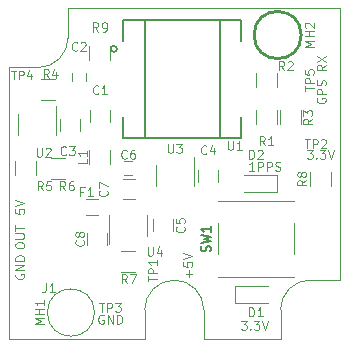
<source format=gbr>
G04 #@! TF.FileFunction,Legend,Top*
%FSLAX46Y46*%
G04 Gerber Fmt 4.6, Leading zero omitted, Abs format (unit mm)*
G04 Created by KiCad (PCBNEW 4.0.7-e2-6376~61~ubuntu18.04.1) date Sat Feb  2 14:08:29 2019*
%MOMM*%
%LPD*%
G01*
G04 APERTURE LIST*
%ADD10C,0.100000*%
%ADD11C,0.250000*%
%ADD12C,0.150000*%
%ADD13C,0.120000*%
G04 APERTURE END LIST*
D10*
X100554286Y-116982857D02*
X100554286Y-117340000D01*
X100911429Y-117375714D01*
X100875714Y-117340000D01*
X100840000Y-117268571D01*
X100840000Y-117090000D01*
X100875714Y-117018571D01*
X100911429Y-116982857D01*
X100982857Y-116947142D01*
X101161429Y-116947142D01*
X101232857Y-116982857D01*
X101268571Y-117018571D01*
X101304286Y-117090000D01*
X101304286Y-117268571D01*
X101268571Y-117340000D01*
X101232857Y-117375714D01*
X100554286Y-116732856D02*
X101304286Y-116482856D01*
X100554286Y-116232856D01*
X100554286Y-120129999D02*
X100554286Y-119987142D01*
X100590000Y-119915714D01*
X100661429Y-119844285D01*
X100804286Y-119808571D01*
X101054286Y-119808571D01*
X101197143Y-119844285D01*
X101268571Y-119915714D01*
X101304286Y-119987142D01*
X101304286Y-120129999D01*
X101268571Y-120201428D01*
X101197143Y-120272857D01*
X101054286Y-120308571D01*
X100804286Y-120308571D01*
X100661429Y-120272857D01*
X100590000Y-120201428D01*
X100554286Y-120129999D01*
X100554286Y-119487143D02*
X101161429Y-119487143D01*
X101232857Y-119451428D01*
X101268571Y-119415714D01*
X101304286Y-119344285D01*
X101304286Y-119201428D01*
X101268571Y-119130000D01*
X101232857Y-119094285D01*
X101161429Y-119058571D01*
X100554286Y-119058571D01*
X100554286Y-118808571D02*
X100554286Y-118380000D01*
X101304286Y-118594286D02*
X100554286Y-118594286D01*
X100590000Y-122491428D02*
X100554286Y-122562857D01*
X100554286Y-122670000D01*
X100590000Y-122777143D01*
X100661429Y-122848571D01*
X100732857Y-122884286D01*
X100875714Y-122920000D01*
X100982857Y-122920000D01*
X101125714Y-122884286D01*
X101197143Y-122848571D01*
X101268571Y-122777143D01*
X101304286Y-122670000D01*
X101304286Y-122598571D01*
X101268571Y-122491428D01*
X101232857Y-122455714D01*
X100982857Y-122455714D01*
X100982857Y-122598571D01*
X101304286Y-122134286D02*
X100554286Y-122134286D01*
X101304286Y-121705714D01*
X100554286Y-121705714D01*
X101304286Y-121348572D02*
X100554286Y-121348572D01*
X100554286Y-121170000D01*
X100590000Y-121062857D01*
X100661429Y-120991429D01*
X100732857Y-120955714D01*
X100875714Y-120920000D01*
X100982857Y-120920000D01*
X101125714Y-120955714D01*
X101197143Y-120991429D01*
X101268571Y-121062857D01*
X101304286Y-121170000D01*
X101304286Y-121348572D01*
X126117000Y-107598571D02*
X126081286Y-107670000D01*
X126081286Y-107777143D01*
X126117000Y-107884286D01*
X126188429Y-107955714D01*
X126259857Y-107991429D01*
X126402714Y-108027143D01*
X126509857Y-108027143D01*
X126652714Y-107991429D01*
X126724143Y-107955714D01*
X126795571Y-107884286D01*
X126831286Y-107777143D01*
X126831286Y-107705714D01*
X126795571Y-107598571D01*
X126759857Y-107562857D01*
X126509857Y-107562857D01*
X126509857Y-107705714D01*
X126831286Y-107241429D02*
X126081286Y-107241429D01*
X126081286Y-106955714D01*
X126117000Y-106884286D01*
X126152714Y-106848571D01*
X126224143Y-106812857D01*
X126331286Y-106812857D01*
X126402714Y-106848571D01*
X126438429Y-106884286D01*
X126474143Y-106955714D01*
X126474143Y-107241429D01*
X126795571Y-106527143D02*
X126831286Y-106420000D01*
X126831286Y-106241429D01*
X126795571Y-106170000D01*
X126759857Y-106134286D01*
X126688429Y-106098571D01*
X126617000Y-106098571D01*
X126545571Y-106134286D01*
X126509857Y-106170000D01*
X126474143Y-106241429D01*
X126438429Y-106384286D01*
X126402714Y-106455714D01*
X126367000Y-106491429D01*
X126295571Y-106527143D01*
X126224143Y-106527143D01*
X126152714Y-106491429D01*
X126117000Y-106455714D01*
X126081286Y-106384286D01*
X126081286Y-106205714D01*
X126117000Y-106098571D01*
X126831286Y-104777142D02*
X126474143Y-105027142D01*
X126831286Y-105205714D02*
X126081286Y-105205714D01*
X126081286Y-104919999D01*
X126117000Y-104848571D01*
X126152714Y-104812856D01*
X126224143Y-104777142D01*
X126331286Y-104777142D01*
X126402714Y-104812856D01*
X126438429Y-104848571D01*
X126474143Y-104919999D01*
X126474143Y-105205714D01*
X126081286Y-104527142D02*
X126831286Y-104027142D01*
X126081286Y-104027142D02*
X126831286Y-104527142D01*
X125257857Y-111984286D02*
X125722143Y-111984286D01*
X125472143Y-112270000D01*
X125579285Y-112270000D01*
X125650714Y-112305714D01*
X125686428Y-112341429D01*
X125722143Y-112412857D01*
X125722143Y-112591429D01*
X125686428Y-112662857D01*
X125650714Y-112698571D01*
X125579285Y-112734286D01*
X125365000Y-112734286D01*
X125293571Y-112698571D01*
X125257857Y-112662857D01*
X126043571Y-112662857D02*
X126079286Y-112698571D01*
X126043571Y-112734286D01*
X126007857Y-112698571D01*
X126043571Y-112662857D01*
X126043571Y-112734286D01*
X126329286Y-111984286D02*
X126793572Y-111984286D01*
X126543572Y-112270000D01*
X126650714Y-112270000D01*
X126722143Y-112305714D01*
X126757857Y-112341429D01*
X126793572Y-112412857D01*
X126793572Y-112591429D01*
X126757857Y-112662857D01*
X126722143Y-112698571D01*
X126650714Y-112734286D01*
X126436429Y-112734286D01*
X126365000Y-112698571D01*
X126329286Y-112662857D01*
X127007858Y-111984286D02*
X127257858Y-112734286D01*
X127507858Y-111984286D01*
X108013572Y-125990000D02*
X107942143Y-125954286D01*
X107835000Y-125954286D01*
X107727857Y-125990000D01*
X107656429Y-126061429D01*
X107620714Y-126132857D01*
X107585000Y-126275714D01*
X107585000Y-126382857D01*
X107620714Y-126525714D01*
X107656429Y-126597143D01*
X107727857Y-126668571D01*
X107835000Y-126704286D01*
X107906429Y-126704286D01*
X108013572Y-126668571D01*
X108049286Y-126632857D01*
X108049286Y-126382857D01*
X107906429Y-126382857D01*
X108370714Y-126704286D02*
X108370714Y-125954286D01*
X108799286Y-126704286D01*
X108799286Y-125954286D01*
X109156428Y-126704286D02*
X109156428Y-125954286D01*
X109335000Y-125954286D01*
X109442143Y-125990000D01*
X109513571Y-126061429D01*
X109549286Y-126132857D01*
X109585000Y-126275714D01*
X109585000Y-126382857D01*
X109549286Y-126525714D01*
X109513571Y-126597143D01*
X109442143Y-126668571D01*
X109335000Y-126704286D01*
X109156428Y-126704286D01*
X115242571Y-122757286D02*
X115242571Y-122185857D01*
X115528286Y-122471571D02*
X114956857Y-122471571D01*
X114778286Y-121471572D02*
X114778286Y-121828715D01*
X115135429Y-121864429D01*
X115099714Y-121828715D01*
X115064000Y-121757286D01*
X115064000Y-121578715D01*
X115099714Y-121507286D01*
X115135429Y-121471572D01*
X115206857Y-121435857D01*
X115385429Y-121435857D01*
X115456857Y-121471572D01*
X115492571Y-121507286D01*
X115528286Y-121578715D01*
X115528286Y-121757286D01*
X115492571Y-121828715D01*
X115456857Y-121864429D01*
X114778286Y-121221571D02*
X115528286Y-120971571D01*
X114778286Y-120721571D01*
X120773143Y-113750286D02*
X120344571Y-113750286D01*
X120558857Y-113750286D02*
X120558857Y-113000286D01*
X120487428Y-113107429D01*
X120416000Y-113178857D01*
X120344571Y-113214571D01*
X121094571Y-113750286D02*
X121094571Y-113000286D01*
X121380286Y-113000286D01*
X121451714Y-113036000D01*
X121487429Y-113071714D01*
X121523143Y-113143143D01*
X121523143Y-113250286D01*
X121487429Y-113321714D01*
X121451714Y-113357429D01*
X121380286Y-113393143D01*
X121094571Y-113393143D01*
X121844571Y-113750286D02*
X121844571Y-113000286D01*
X122130286Y-113000286D01*
X122201714Y-113036000D01*
X122237429Y-113071714D01*
X122273143Y-113143143D01*
X122273143Y-113250286D01*
X122237429Y-113321714D01*
X122201714Y-113357429D01*
X122130286Y-113393143D01*
X121844571Y-113393143D01*
X122558857Y-113714571D02*
X122666000Y-113750286D01*
X122844571Y-113750286D01*
X122916000Y-113714571D01*
X122951714Y-113678857D01*
X122987429Y-113607429D01*
X122987429Y-113536000D01*
X122951714Y-113464571D01*
X122916000Y-113428857D01*
X122844571Y-113393143D01*
X122701714Y-113357429D01*
X122630286Y-113321714D01*
X122594571Y-113286000D01*
X122558857Y-113214571D01*
X122558857Y-113143143D01*
X122594571Y-113071714D01*
X122630286Y-113036000D01*
X122701714Y-113000286D01*
X122880286Y-113000286D01*
X122987429Y-113036000D01*
X119669857Y-126462286D02*
X120134143Y-126462286D01*
X119884143Y-126748000D01*
X119991285Y-126748000D01*
X120062714Y-126783714D01*
X120098428Y-126819429D01*
X120134143Y-126890857D01*
X120134143Y-127069429D01*
X120098428Y-127140857D01*
X120062714Y-127176571D01*
X119991285Y-127212286D01*
X119777000Y-127212286D01*
X119705571Y-127176571D01*
X119669857Y-127140857D01*
X120455571Y-127140857D02*
X120491286Y-127176571D01*
X120455571Y-127212286D01*
X120419857Y-127176571D01*
X120455571Y-127140857D01*
X120455571Y-127212286D01*
X120741286Y-126462286D02*
X121205572Y-126462286D01*
X120955572Y-126748000D01*
X121062714Y-126748000D01*
X121134143Y-126783714D01*
X121169857Y-126819429D01*
X121205572Y-126890857D01*
X121205572Y-127069429D01*
X121169857Y-127140857D01*
X121134143Y-127176571D01*
X121062714Y-127212286D01*
X120848429Y-127212286D01*
X120777000Y-127176571D01*
X120741286Y-127140857D01*
X121419858Y-126462286D02*
X121669858Y-127212286D01*
X121919858Y-126462286D01*
X116500000Y-125500000D02*
X116500000Y-128000000D01*
X111500000Y-125500000D02*
X111500000Y-128000000D01*
X114000000Y-123000000D02*
G75*
G03X111500000Y-125500000I0J-2500000D01*
G01*
X116500000Y-125500000D02*
G75*
G03X114000000Y-123000000I-2500000J0D01*
G01*
X100000000Y-128000000D02*
X111500000Y-128000000D01*
X107250000Y-125750000D02*
G75*
G03X107250000Y-125750000I-2000000J0D01*
G01*
X105000000Y-100000000D02*
X128000000Y-100000000D01*
X128000000Y-123000000D02*
X128000000Y-100000000D01*
X116500000Y-128000000D02*
X123000000Y-128000000D01*
X100000000Y-128000000D02*
X100000000Y-105000000D01*
X100000000Y-105000000D02*
X102500000Y-105000000D01*
X105000000Y-102500000D02*
X105000000Y-100000000D01*
X105000000Y-102500000D02*
G75*
G02X102500000Y-105000000I-2500000J0D01*
G01*
X123000000Y-125500000D02*
G75*
G02X125500000Y-123000000I2500000J0D01*
G01*
X123000000Y-125500000D02*
X123000000Y-128000000D01*
X125500000Y-123000000D02*
X128000000Y-123000000D01*
D11*
X124750000Y-102250000D02*
G75*
G03X124750000Y-102250000I-2000000J0D01*
G01*
D12*
X111488000Y-110965000D02*
X111488000Y-100965000D01*
X117888000Y-110965000D02*
X117888000Y-100965000D01*
X119688000Y-102765000D02*
X119688000Y-100965000D01*
X109688000Y-110965000D02*
X109688000Y-109165000D01*
X119688000Y-110965000D02*
X119688000Y-109165000D01*
X119688000Y-110965000D02*
X109688000Y-110965000D01*
X109138000Y-103425000D02*
G75*
G03X109138000Y-103425000I-250000J0D01*
G01*
X119688000Y-100965000D02*
X109688000Y-100965000D01*
X109688000Y-102765000D02*
X109688000Y-100965000D01*
D13*
X100752000Y-108955000D02*
X100752000Y-110755000D01*
X103972000Y-110755000D02*
X103972000Y-108305000D01*
X111719000Y-119264000D02*
X111719000Y-117464000D01*
X108499000Y-117464000D02*
X108499000Y-119914000D01*
X119104000Y-123506000D02*
X119104000Y-124906000D01*
X119104000Y-124906000D02*
X121904000Y-124906000D01*
X119104000Y-123506000D02*
X121904000Y-123506000D01*
X122704000Y-115508000D02*
X122704000Y-114108000D01*
X122704000Y-114108000D02*
X119904000Y-114108000D01*
X122704000Y-115508000D02*
X119904000Y-115508000D01*
X106561000Y-116160000D02*
X107561000Y-116160000D01*
X107561000Y-117520000D02*
X106561000Y-117520000D01*
X117674000Y-122737000D02*
X117674000Y-122707000D01*
X117674000Y-116277000D02*
X117674000Y-116307000D01*
X124134000Y-116277000D02*
X124134000Y-116307000D01*
X124134000Y-122707000D02*
X124134000Y-122737000D01*
X117674000Y-120807000D02*
X117674000Y-118207000D01*
X124134000Y-122737000D02*
X117674000Y-122737000D01*
X124134000Y-120807000D02*
X124134000Y-118207000D01*
X124134000Y-116277000D02*
X117674000Y-116277000D01*
X112436000Y-113273000D02*
X112436000Y-115073000D01*
X115656000Y-115073000D02*
X115656000Y-112623000D01*
X106846000Y-108593000D02*
X106846000Y-109593000D01*
X108546000Y-109593000D02*
X108546000Y-108593000D01*
X106006000Y-110355000D02*
X106006000Y-109355000D01*
X104306000Y-109355000D02*
X104306000Y-110355000D01*
X117690000Y-114673000D02*
X117690000Y-113673000D01*
X115990000Y-113673000D02*
X115990000Y-114673000D01*
X113880000Y-118864000D02*
X113880000Y-117864000D01*
X112180000Y-117864000D02*
X112180000Y-118864000D01*
X110672500Y-114466000D02*
X109672500Y-114466000D01*
X109672500Y-116166000D02*
X110672500Y-116166000D01*
X122673000Y-108620000D02*
X122673000Y-109820000D01*
X120913000Y-109820000D02*
X120913000Y-108620000D01*
X122673000Y-105445000D02*
X122673000Y-106645000D01*
X120913000Y-106645000D02*
X120913000Y-105445000D01*
X122945000Y-109820000D02*
X122945000Y-108620000D01*
X124705000Y-108620000D02*
X124705000Y-109820000D01*
X102714500Y-105990500D02*
X103914500Y-105990500D01*
X103914500Y-107750500D02*
X102714500Y-107750500D01*
X100529500Y-114138000D02*
X100529500Y-112938000D01*
X102289500Y-112938000D02*
X102289500Y-114138000D01*
X103540000Y-112658000D02*
X104740000Y-112658000D01*
X104740000Y-114418000D02*
X103540000Y-114418000D01*
X109509000Y-120532000D02*
X110709000Y-120532000D01*
X110709000Y-122292000D02*
X109509000Y-122292000D01*
X127245000Y-113827000D02*
X127245000Y-115027000D01*
X125485000Y-115027000D02*
X125485000Y-113827000D01*
X106816000Y-104359000D02*
X106816000Y-103159000D01*
X108576000Y-103159000D02*
X108576000Y-104359000D01*
X108292000Y-120007000D02*
X108292000Y-119007000D01*
X106592000Y-119007000D02*
X106592000Y-120007000D01*
X106518000Y-105441000D02*
X106518000Y-106141000D01*
X105318000Y-106141000D02*
X105318000Y-105441000D01*
X110459000Y-114138000D02*
X109759000Y-114138000D01*
X109759000Y-112938000D02*
X110459000Y-112938000D01*
X106816000Y-113185500D02*
X106816000Y-111985500D01*
X108576000Y-111985500D02*
X108576000Y-113185500D01*
D10*
X118554571Y-111222286D02*
X118554571Y-111829429D01*
X118590286Y-111900857D01*
X118626000Y-111936571D01*
X118697429Y-111972286D01*
X118840286Y-111972286D01*
X118911714Y-111936571D01*
X118947429Y-111900857D01*
X118983143Y-111829429D01*
X118983143Y-111222286D01*
X119733143Y-111972286D02*
X119304571Y-111972286D01*
X119518857Y-111972286D02*
X119518857Y-111222286D01*
X119447428Y-111329429D01*
X119376000Y-111400857D01*
X119304571Y-111436571D01*
X102362071Y-111793786D02*
X102362071Y-112400929D01*
X102397786Y-112472357D01*
X102433500Y-112508071D01*
X102504929Y-112543786D01*
X102647786Y-112543786D01*
X102719214Y-112508071D01*
X102754929Y-112472357D01*
X102790643Y-112400929D01*
X102790643Y-111793786D01*
X103112071Y-111865214D02*
X103147785Y-111829500D01*
X103219214Y-111793786D01*
X103397785Y-111793786D01*
X103469214Y-111829500D01*
X103504928Y-111865214D01*
X103540643Y-111936643D01*
X103540643Y-112008071D01*
X103504928Y-112115214D01*
X103076357Y-112543786D01*
X103540643Y-112543786D01*
X111760071Y-120175786D02*
X111760071Y-120782929D01*
X111795786Y-120854357D01*
X111831500Y-120890071D01*
X111902929Y-120925786D01*
X112045786Y-120925786D01*
X112117214Y-120890071D01*
X112152929Y-120854357D01*
X112188643Y-120782929D01*
X112188643Y-120175786D01*
X112867214Y-120425786D02*
X112867214Y-120925786D01*
X112688643Y-120140071D02*
X112510071Y-120675786D01*
X112974357Y-120675786D01*
X120350428Y-126069286D02*
X120350428Y-125319286D01*
X120529000Y-125319286D01*
X120636143Y-125355000D01*
X120707571Y-125426429D01*
X120743286Y-125497857D01*
X120779000Y-125640714D01*
X120779000Y-125747857D01*
X120743286Y-125890714D01*
X120707571Y-125962143D01*
X120636143Y-126033571D01*
X120529000Y-126069286D01*
X120350428Y-126069286D01*
X121493286Y-126069286D02*
X121064714Y-126069286D01*
X121279000Y-126069286D02*
X121279000Y-125319286D01*
X121207571Y-125426429D01*
X121136143Y-125497857D01*
X121064714Y-125533571D01*
X120350428Y-112734286D02*
X120350428Y-111984286D01*
X120529000Y-111984286D01*
X120636143Y-112020000D01*
X120707571Y-112091429D01*
X120743286Y-112162857D01*
X120779000Y-112305714D01*
X120779000Y-112412857D01*
X120743286Y-112555714D01*
X120707571Y-112627143D01*
X120636143Y-112698571D01*
X120529000Y-112734286D01*
X120350428Y-112734286D01*
X121064714Y-112055714D02*
X121100428Y-112020000D01*
X121171857Y-111984286D01*
X121350428Y-111984286D01*
X121421857Y-112020000D01*
X121457571Y-112055714D01*
X121493286Y-112127143D01*
X121493286Y-112198571D01*
X121457571Y-112305714D01*
X121029000Y-112734286D01*
X121493286Y-112734286D01*
X106303000Y-115516429D02*
X106053000Y-115516429D01*
X106053000Y-115909286D02*
X106053000Y-115159286D01*
X106410143Y-115159286D01*
X107088715Y-115909286D02*
X106660143Y-115909286D01*
X106874429Y-115909286D02*
X106874429Y-115159286D01*
X106803000Y-115266429D01*
X106731572Y-115337857D01*
X106660143Y-115373571D01*
X103128000Y-123287286D02*
X103128000Y-123823000D01*
X103092286Y-123930143D01*
X103020857Y-124001571D01*
X102913714Y-124037286D01*
X102842286Y-124037286D01*
X103878001Y-124037286D02*
X103449429Y-124037286D01*
X103663715Y-124037286D02*
X103663715Y-123287286D01*
X103592286Y-123394429D01*
X103520858Y-123465857D01*
X103449429Y-123501571D01*
D12*
X117036810Y-120573667D02*
X117074905Y-120459381D01*
X117074905Y-120268905D01*
X117036810Y-120192715D01*
X116998714Y-120154619D01*
X116922524Y-120116524D01*
X116846333Y-120116524D01*
X116770143Y-120154619D01*
X116732048Y-120192715D01*
X116693952Y-120268905D01*
X116655857Y-120421286D01*
X116617762Y-120497477D01*
X116579667Y-120535572D01*
X116503476Y-120573667D01*
X116427286Y-120573667D01*
X116351095Y-120535572D01*
X116313000Y-120497477D01*
X116274905Y-120421286D01*
X116274905Y-120230810D01*
X116313000Y-120116524D01*
X116274905Y-119849857D02*
X117074905Y-119659381D01*
X116503476Y-119507000D01*
X117074905Y-119354619D01*
X116274905Y-119164143D01*
X117074905Y-118440333D02*
X117074905Y-118897476D01*
X117074905Y-118668905D02*
X116274905Y-118668905D01*
X116389190Y-118745095D01*
X116465381Y-118821286D01*
X116503476Y-118897476D01*
D10*
X113474571Y-111476286D02*
X113474571Y-112083429D01*
X113510286Y-112154857D01*
X113546000Y-112190571D01*
X113617429Y-112226286D01*
X113760286Y-112226286D01*
X113831714Y-112190571D01*
X113867429Y-112154857D01*
X113903143Y-112083429D01*
X113903143Y-111476286D01*
X114188857Y-111476286D02*
X114653143Y-111476286D01*
X114403143Y-111762000D01*
X114510285Y-111762000D01*
X114581714Y-111797714D01*
X114617428Y-111833429D01*
X114653143Y-111904857D01*
X114653143Y-112083429D01*
X114617428Y-112154857D01*
X114581714Y-112190571D01*
X114510285Y-112226286D01*
X114296000Y-112226286D01*
X114224571Y-112190571D01*
X114188857Y-112154857D01*
X107571000Y-107201857D02*
X107535286Y-107237571D01*
X107428143Y-107273286D01*
X107356714Y-107273286D01*
X107249571Y-107237571D01*
X107178143Y-107166143D01*
X107142428Y-107094714D01*
X107106714Y-106951857D01*
X107106714Y-106844714D01*
X107142428Y-106701857D01*
X107178143Y-106630429D01*
X107249571Y-106559000D01*
X107356714Y-106523286D01*
X107428143Y-106523286D01*
X107535286Y-106559000D01*
X107571000Y-106594714D01*
X108285286Y-107273286D02*
X107856714Y-107273286D01*
X108071000Y-107273286D02*
X108071000Y-106523286D01*
X107999571Y-106630429D01*
X107928143Y-106701857D01*
X107856714Y-106737571D01*
X104840500Y-112345357D02*
X104804786Y-112381071D01*
X104697643Y-112416786D01*
X104626214Y-112416786D01*
X104519071Y-112381071D01*
X104447643Y-112309643D01*
X104411928Y-112238214D01*
X104376214Y-112095357D01*
X104376214Y-111988214D01*
X104411928Y-111845357D01*
X104447643Y-111773929D01*
X104519071Y-111702500D01*
X104626214Y-111666786D01*
X104697643Y-111666786D01*
X104804786Y-111702500D01*
X104840500Y-111738214D01*
X105090500Y-111666786D02*
X105554786Y-111666786D01*
X105304786Y-111952500D01*
X105411928Y-111952500D01*
X105483357Y-111988214D01*
X105519071Y-112023929D01*
X105554786Y-112095357D01*
X105554786Y-112273929D01*
X105519071Y-112345357D01*
X105483357Y-112381071D01*
X105411928Y-112416786D01*
X105197643Y-112416786D01*
X105126214Y-112381071D01*
X105090500Y-112345357D01*
X116715000Y-112281857D02*
X116679286Y-112317571D01*
X116572143Y-112353286D01*
X116500714Y-112353286D01*
X116393571Y-112317571D01*
X116322143Y-112246143D01*
X116286428Y-112174714D01*
X116250714Y-112031857D01*
X116250714Y-111924714D01*
X116286428Y-111781857D01*
X116322143Y-111710429D01*
X116393571Y-111639000D01*
X116500714Y-111603286D01*
X116572143Y-111603286D01*
X116679286Y-111639000D01*
X116715000Y-111674714D01*
X117357857Y-111853286D02*
X117357857Y-112353286D01*
X117179286Y-111567571D02*
X117000714Y-112103286D01*
X117465000Y-112103286D01*
X114821857Y-118489000D02*
X114857571Y-118524714D01*
X114893286Y-118631857D01*
X114893286Y-118703286D01*
X114857571Y-118810429D01*
X114786143Y-118881857D01*
X114714714Y-118917572D01*
X114571857Y-118953286D01*
X114464714Y-118953286D01*
X114321857Y-118917572D01*
X114250429Y-118881857D01*
X114179000Y-118810429D01*
X114143286Y-118703286D01*
X114143286Y-118631857D01*
X114179000Y-118524714D01*
X114214714Y-118489000D01*
X114143286Y-117810429D02*
X114143286Y-118167572D01*
X114500429Y-118203286D01*
X114464714Y-118167572D01*
X114429000Y-118096143D01*
X114429000Y-117917572D01*
X114464714Y-117846143D01*
X114500429Y-117810429D01*
X114571857Y-117774714D01*
X114750429Y-117774714D01*
X114821857Y-117810429D01*
X114857571Y-117846143D01*
X114893286Y-117917572D01*
X114893286Y-118096143D01*
X114857571Y-118167572D01*
X114821857Y-118203286D01*
X108281357Y-115441000D02*
X108317071Y-115476714D01*
X108352786Y-115583857D01*
X108352786Y-115655286D01*
X108317071Y-115762429D01*
X108245643Y-115833857D01*
X108174214Y-115869572D01*
X108031357Y-115905286D01*
X107924214Y-115905286D01*
X107781357Y-115869572D01*
X107709929Y-115833857D01*
X107638500Y-115762429D01*
X107602786Y-115655286D01*
X107602786Y-115583857D01*
X107638500Y-115476714D01*
X107674214Y-115441000D01*
X107602786Y-115191000D02*
X107602786Y-114691000D01*
X108352786Y-115012429D01*
X121668000Y-111591286D02*
X121418000Y-111234143D01*
X121239428Y-111591286D02*
X121239428Y-110841286D01*
X121525143Y-110841286D01*
X121596571Y-110877000D01*
X121632286Y-110912714D01*
X121668000Y-110984143D01*
X121668000Y-111091286D01*
X121632286Y-111162714D01*
X121596571Y-111198429D01*
X121525143Y-111234143D01*
X121239428Y-111234143D01*
X122382286Y-111591286D02*
X121953714Y-111591286D01*
X122168000Y-111591286D02*
X122168000Y-110841286D01*
X122096571Y-110948429D01*
X122025143Y-111019857D01*
X121953714Y-111055571D01*
X123319000Y-105241286D02*
X123069000Y-104884143D01*
X122890428Y-105241286D02*
X122890428Y-104491286D01*
X123176143Y-104491286D01*
X123247571Y-104527000D01*
X123283286Y-104562714D01*
X123319000Y-104634143D01*
X123319000Y-104741286D01*
X123283286Y-104812714D01*
X123247571Y-104848429D01*
X123176143Y-104884143D01*
X122890428Y-104884143D01*
X123604714Y-104562714D02*
X123640428Y-104527000D01*
X123711857Y-104491286D01*
X123890428Y-104491286D01*
X123961857Y-104527000D01*
X123997571Y-104562714D01*
X124033286Y-104634143D01*
X124033286Y-104705571D01*
X123997571Y-104812714D01*
X123569000Y-105241286D01*
X124033286Y-105241286D01*
X125688286Y-109345000D02*
X125331143Y-109595000D01*
X125688286Y-109773572D02*
X124938286Y-109773572D01*
X124938286Y-109487857D01*
X124974000Y-109416429D01*
X125009714Y-109380714D01*
X125081143Y-109345000D01*
X125188286Y-109345000D01*
X125259714Y-109380714D01*
X125295429Y-109416429D01*
X125331143Y-109487857D01*
X125331143Y-109773572D01*
X124938286Y-109095000D02*
X124938286Y-108630714D01*
X125224000Y-108880714D01*
X125224000Y-108773572D01*
X125259714Y-108702143D01*
X125295429Y-108666429D01*
X125366857Y-108630714D01*
X125545429Y-108630714D01*
X125616857Y-108666429D01*
X125652571Y-108702143D01*
X125688286Y-108773572D01*
X125688286Y-108987857D01*
X125652571Y-109059286D01*
X125616857Y-109095000D01*
X103380000Y-105876286D02*
X103130000Y-105519143D01*
X102951428Y-105876286D02*
X102951428Y-105126286D01*
X103237143Y-105126286D01*
X103308571Y-105162000D01*
X103344286Y-105197714D01*
X103380000Y-105269143D01*
X103380000Y-105376286D01*
X103344286Y-105447714D01*
X103308571Y-105483429D01*
X103237143Y-105519143D01*
X102951428Y-105519143D01*
X104022857Y-105376286D02*
X104022857Y-105876286D01*
X103844286Y-105090571D02*
X103665714Y-105626286D01*
X104130000Y-105626286D01*
X102872000Y-115401286D02*
X102622000Y-115044143D01*
X102443428Y-115401286D02*
X102443428Y-114651286D01*
X102729143Y-114651286D01*
X102800571Y-114687000D01*
X102836286Y-114722714D01*
X102872000Y-114794143D01*
X102872000Y-114901286D01*
X102836286Y-114972714D01*
X102800571Y-115008429D01*
X102729143Y-115044143D01*
X102443428Y-115044143D01*
X103550571Y-114651286D02*
X103193428Y-114651286D01*
X103157714Y-115008429D01*
X103193428Y-114972714D01*
X103264857Y-114937000D01*
X103443428Y-114937000D01*
X103514857Y-114972714D01*
X103550571Y-115008429D01*
X103586286Y-115079857D01*
X103586286Y-115258429D01*
X103550571Y-115329857D01*
X103514857Y-115365571D01*
X103443428Y-115401286D01*
X103264857Y-115401286D01*
X103193428Y-115365571D01*
X103157714Y-115329857D01*
X104777000Y-115401286D02*
X104527000Y-115044143D01*
X104348428Y-115401286D02*
X104348428Y-114651286D01*
X104634143Y-114651286D01*
X104705571Y-114687000D01*
X104741286Y-114722714D01*
X104777000Y-114794143D01*
X104777000Y-114901286D01*
X104741286Y-114972714D01*
X104705571Y-115008429D01*
X104634143Y-115044143D01*
X104348428Y-115044143D01*
X105419857Y-114651286D02*
X105277000Y-114651286D01*
X105205571Y-114687000D01*
X105169857Y-114722714D01*
X105098428Y-114829857D01*
X105062714Y-114972714D01*
X105062714Y-115258429D01*
X105098428Y-115329857D01*
X105134143Y-115365571D01*
X105205571Y-115401286D01*
X105348428Y-115401286D01*
X105419857Y-115365571D01*
X105455571Y-115329857D01*
X105491286Y-115258429D01*
X105491286Y-115079857D01*
X105455571Y-115008429D01*
X105419857Y-114972714D01*
X105348428Y-114937000D01*
X105205571Y-114937000D01*
X105134143Y-114972714D01*
X105098428Y-115008429D01*
X105062714Y-115079857D01*
X109984000Y-123275286D02*
X109734000Y-122918143D01*
X109555428Y-123275286D02*
X109555428Y-122525286D01*
X109841143Y-122525286D01*
X109912571Y-122561000D01*
X109948286Y-122596714D01*
X109984000Y-122668143D01*
X109984000Y-122775286D01*
X109948286Y-122846714D01*
X109912571Y-122882429D01*
X109841143Y-122918143D01*
X109555428Y-122918143D01*
X110234000Y-122525286D02*
X110734000Y-122525286D01*
X110412571Y-123275286D01*
X125180286Y-114552000D02*
X124823143Y-114802000D01*
X125180286Y-114980572D02*
X124430286Y-114980572D01*
X124430286Y-114694857D01*
X124466000Y-114623429D01*
X124501714Y-114587714D01*
X124573143Y-114552000D01*
X124680286Y-114552000D01*
X124751714Y-114587714D01*
X124787429Y-114623429D01*
X124823143Y-114694857D01*
X124823143Y-114980572D01*
X124751714Y-114123429D02*
X124716000Y-114194857D01*
X124680286Y-114230572D01*
X124608857Y-114266286D01*
X124573143Y-114266286D01*
X124501714Y-114230572D01*
X124466000Y-114194857D01*
X124430286Y-114123429D01*
X124430286Y-113980572D01*
X124466000Y-113909143D01*
X124501714Y-113873429D01*
X124573143Y-113837714D01*
X124608857Y-113837714D01*
X124680286Y-113873429D01*
X124716000Y-113909143D01*
X124751714Y-113980572D01*
X124751714Y-114123429D01*
X124787429Y-114194857D01*
X124823143Y-114230572D01*
X124894571Y-114266286D01*
X125037429Y-114266286D01*
X125108857Y-114230572D01*
X125144571Y-114194857D01*
X125180286Y-114123429D01*
X125180286Y-113980572D01*
X125144571Y-113909143D01*
X125108857Y-113873429D01*
X125037429Y-113837714D01*
X124894571Y-113837714D01*
X124823143Y-113873429D01*
X124787429Y-113909143D01*
X124751714Y-113980572D01*
D13*
X107562667Y-101961905D02*
X107296000Y-101580952D01*
X107105524Y-101961905D02*
X107105524Y-101161905D01*
X107410286Y-101161905D01*
X107486477Y-101200000D01*
X107524572Y-101238095D01*
X107562667Y-101314286D01*
X107562667Y-101428571D01*
X107524572Y-101504762D01*
X107486477Y-101542857D01*
X107410286Y-101580952D01*
X107105524Y-101580952D01*
X107943619Y-101961905D02*
X108096000Y-101961905D01*
X108172191Y-101923810D01*
X108210286Y-101885714D01*
X108286477Y-101771429D01*
X108324572Y-101619048D01*
X108324572Y-101314286D01*
X108286477Y-101238095D01*
X108248381Y-101200000D01*
X108172191Y-101161905D01*
X108019810Y-101161905D01*
X107943619Y-101200000D01*
X107905524Y-101238095D01*
X107867429Y-101314286D01*
X107867429Y-101504762D01*
X107905524Y-101580952D01*
X107943619Y-101619048D01*
X108019810Y-101657143D01*
X108172191Y-101657143D01*
X108248381Y-101619048D01*
X108286477Y-101580952D01*
X108324572Y-101504762D01*
D10*
X102955286Y-126730000D02*
X102205286Y-126730000D01*
X102741000Y-126480000D01*
X102205286Y-126230000D01*
X102955286Y-126230000D01*
X102955286Y-125872857D02*
X102205286Y-125872857D01*
X102562429Y-125872857D02*
X102562429Y-125444285D01*
X102955286Y-125444285D02*
X102205286Y-125444285D01*
X102955286Y-124694285D02*
X102955286Y-125122857D01*
X102955286Y-124908571D02*
X102205286Y-124908571D01*
X102312429Y-124980000D01*
X102383857Y-125051428D01*
X102419571Y-125122857D01*
X125815286Y-103235000D02*
X125065286Y-103235000D01*
X125601000Y-102985000D01*
X125065286Y-102735000D01*
X125815286Y-102735000D01*
X125815286Y-102377857D02*
X125065286Y-102377857D01*
X125422429Y-102377857D02*
X125422429Y-101949285D01*
X125815286Y-101949285D02*
X125065286Y-101949285D01*
X125136714Y-101627857D02*
X125101000Y-101592143D01*
X125065286Y-101520714D01*
X125065286Y-101342143D01*
X125101000Y-101270714D01*
X125136714Y-101235000D01*
X125208143Y-101199285D01*
X125279571Y-101199285D01*
X125386714Y-101235000D01*
X125815286Y-101663571D01*
X125815286Y-101199285D01*
X106312857Y-119632000D02*
X106348571Y-119667714D01*
X106384286Y-119774857D01*
X106384286Y-119846286D01*
X106348571Y-119953429D01*
X106277143Y-120024857D01*
X106205714Y-120060572D01*
X106062857Y-120096286D01*
X105955714Y-120096286D01*
X105812857Y-120060572D01*
X105741429Y-120024857D01*
X105670000Y-119953429D01*
X105634286Y-119846286D01*
X105634286Y-119774857D01*
X105670000Y-119667714D01*
X105705714Y-119632000D01*
X105955714Y-119203429D02*
X105920000Y-119274857D01*
X105884286Y-119310572D01*
X105812857Y-119346286D01*
X105777143Y-119346286D01*
X105705714Y-119310572D01*
X105670000Y-119274857D01*
X105634286Y-119203429D01*
X105634286Y-119060572D01*
X105670000Y-118989143D01*
X105705714Y-118953429D01*
X105777143Y-118917714D01*
X105812857Y-118917714D01*
X105884286Y-118953429D01*
X105920000Y-118989143D01*
X105955714Y-119060572D01*
X105955714Y-119203429D01*
X105991429Y-119274857D01*
X106027143Y-119310572D01*
X106098571Y-119346286D01*
X106241429Y-119346286D01*
X106312857Y-119310572D01*
X106348571Y-119274857D01*
X106384286Y-119203429D01*
X106384286Y-119060572D01*
X106348571Y-118989143D01*
X106312857Y-118953429D01*
X106241429Y-118917714D01*
X106098571Y-118917714D01*
X106027143Y-118953429D01*
X105991429Y-118989143D01*
X105955714Y-119060572D01*
X105793000Y-103518857D02*
X105757286Y-103554571D01*
X105650143Y-103590286D01*
X105578714Y-103590286D01*
X105471571Y-103554571D01*
X105400143Y-103483143D01*
X105364428Y-103411714D01*
X105328714Y-103268857D01*
X105328714Y-103161714D01*
X105364428Y-103018857D01*
X105400143Y-102947429D01*
X105471571Y-102876000D01*
X105578714Y-102840286D01*
X105650143Y-102840286D01*
X105757286Y-102876000D01*
X105793000Y-102911714D01*
X106078714Y-102911714D02*
X106114428Y-102876000D01*
X106185857Y-102840286D01*
X106364428Y-102840286D01*
X106435857Y-102876000D01*
X106471571Y-102911714D01*
X106507286Y-102983143D01*
X106507286Y-103054571D01*
X106471571Y-103161714D01*
X106043000Y-103590286D01*
X106507286Y-103590286D01*
X109984000Y-112662857D02*
X109948286Y-112698571D01*
X109841143Y-112734286D01*
X109769714Y-112734286D01*
X109662571Y-112698571D01*
X109591143Y-112627143D01*
X109555428Y-112555714D01*
X109519714Y-112412857D01*
X109519714Y-112305714D01*
X109555428Y-112162857D01*
X109591143Y-112091429D01*
X109662571Y-112020000D01*
X109769714Y-111984286D01*
X109841143Y-111984286D01*
X109948286Y-112020000D01*
X109984000Y-112055714D01*
X110626857Y-111984286D02*
X110484000Y-111984286D01*
X110412571Y-112020000D01*
X110376857Y-112055714D01*
X110305428Y-112162857D01*
X110269714Y-112305714D01*
X110269714Y-112591429D01*
X110305428Y-112662857D01*
X110341143Y-112698571D01*
X110412571Y-112734286D01*
X110555428Y-112734286D01*
X110626857Y-112698571D01*
X110662571Y-112662857D01*
X110698286Y-112591429D01*
X110698286Y-112412857D01*
X110662571Y-112341429D01*
X110626857Y-112305714D01*
X110555428Y-112270000D01*
X110412571Y-112270000D01*
X110341143Y-112305714D01*
X110305428Y-112341429D01*
X110269714Y-112412857D01*
X106574786Y-112710500D02*
X106574786Y-113067643D01*
X105824786Y-113067643D01*
X106574786Y-112067642D02*
X106574786Y-112496214D01*
X106574786Y-112281928D02*
X105824786Y-112281928D01*
X105931929Y-112353357D01*
X106003357Y-112424785D01*
X106039071Y-112496214D01*
X111793786Y-123120428D02*
X111793786Y-122691857D01*
X112543786Y-122906143D02*
X111793786Y-122906143D01*
X112543786Y-122441857D02*
X111793786Y-122441857D01*
X111793786Y-122156142D01*
X111829500Y-122084714D01*
X111865214Y-122048999D01*
X111936643Y-122013285D01*
X112043786Y-122013285D01*
X112115214Y-122048999D01*
X112150929Y-122084714D01*
X112186643Y-122156142D01*
X112186643Y-122441857D01*
X112543786Y-121298999D02*
X112543786Y-121727571D01*
X112543786Y-121513285D02*
X111793786Y-121513285D01*
X111900929Y-121584714D01*
X111972357Y-121656142D01*
X112008071Y-121727571D01*
X125037572Y-111095286D02*
X125466143Y-111095286D01*
X125251857Y-111845286D02*
X125251857Y-111095286D01*
X125716143Y-111845286D02*
X125716143Y-111095286D01*
X126001858Y-111095286D01*
X126073286Y-111131000D01*
X126109001Y-111166714D01*
X126144715Y-111238143D01*
X126144715Y-111345286D01*
X126109001Y-111416714D01*
X126073286Y-111452429D01*
X126001858Y-111488143D01*
X125716143Y-111488143D01*
X126430429Y-111166714D02*
X126466143Y-111131000D01*
X126537572Y-111095286D01*
X126716143Y-111095286D01*
X126787572Y-111131000D01*
X126823286Y-111166714D01*
X126859001Y-111238143D01*
X126859001Y-111309571D01*
X126823286Y-111416714D01*
X126394715Y-111845286D01*
X126859001Y-111845286D01*
X107638572Y-124938286D02*
X108067143Y-124938286D01*
X107852857Y-125688286D02*
X107852857Y-124938286D01*
X108317143Y-125688286D02*
X108317143Y-124938286D01*
X108602858Y-124938286D01*
X108674286Y-124974000D01*
X108710001Y-125009714D01*
X108745715Y-125081143D01*
X108745715Y-125188286D01*
X108710001Y-125259714D01*
X108674286Y-125295429D01*
X108602858Y-125331143D01*
X108317143Y-125331143D01*
X108995715Y-124938286D02*
X109460001Y-124938286D01*
X109210001Y-125224000D01*
X109317143Y-125224000D01*
X109388572Y-125259714D01*
X109424286Y-125295429D01*
X109460001Y-125366857D01*
X109460001Y-125545429D01*
X109424286Y-125616857D01*
X109388572Y-125652571D01*
X109317143Y-125688286D01*
X109102858Y-125688286D01*
X109031429Y-125652571D01*
X108995715Y-125616857D01*
X100208667Y-105280667D02*
X100608667Y-105280667D01*
X100408667Y-105980667D02*
X100408667Y-105280667D01*
X100842000Y-105980667D02*
X100842000Y-105280667D01*
X101108666Y-105280667D01*
X101175333Y-105314000D01*
X101208666Y-105347333D01*
X101242000Y-105414000D01*
X101242000Y-105514000D01*
X101208666Y-105580667D01*
X101175333Y-105614000D01*
X101108666Y-105647333D01*
X100842000Y-105647333D01*
X101842000Y-105514000D02*
X101842000Y-105980667D01*
X101675333Y-105247333D02*
X101508666Y-105747333D01*
X101942000Y-105747333D01*
X125065286Y-106991428D02*
X125065286Y-106562857D01*
X125815286Y-106777143D02*
X125065286Y-106777143D01*
X125815286Y-106312857D02*
X125065286Y-106312857D01*
X125065286Y-106027142D01*
X125101000Y-105955714D01*
X125136714Y-105919999D01*
X125208143Y-105884285D01*
X125315286Y-105884285D01*
X125386714Y-105919999D01*
X125422429Y-105955714D01*
X125458143Y-106027142D01*
X125458143Y-106312857D01*
X125065286Y-105205714D02*
X125065286Y-105562857D01*
X125422429Y-105598571D01*
X125386714Y-105562857D01*
X125351000Y-105491428D01*
X125351000Y-105312857D01*
X125386714Y-105241428D01*
X125422429Y-105205714D01*
X125493857Y-105169999D01*
X125672429Y-105169999D01*
X125743857Y-105205714D01*
X125779571Y-105241428D01*
X125815286Y-105312857D01*
X125815286Y-105491428D01*
X125779571Y-105562857D01*
X125743857Y-105598571D01*
M02*

</source>
